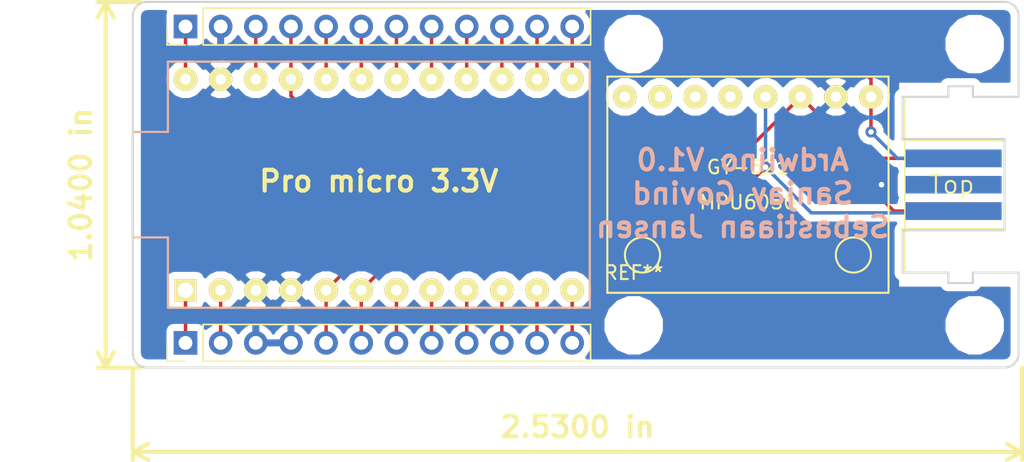
<source format=kicad_pcb>
(kicad_pcb (version 20171130) (host pcbnew "(5.0.1)-3")

  (general
    (thickness 1.6)
    (drawings 28)
    (tracks 51)
    (zones 0)
    (modules 9)
    (nets 28)
  )

  (page A4)
  (layers
    (0 F.Cu signal)
    (31 B.Cu signal)
    (32 B.Adhes user)
    (33 F.Adhes user)
    (34 B.Paste user)
    (35 F.Paste user)
    (36 B.SilkS user)
    (37 F.SilkS user)
    (38 B.Mask user)
    (39 F.Mask user)
    (40 Dwgs.User user)
    (41 Cmts.User user)
    (42 Eco1.User user)
    (43 Eco2.User user)
    (44 Edge.Cuts user)
    (45 Margin user)
    (46 B.CrtYd user)
    (47 F.CrtYd user)
    (48 B.Fab user)
    (49 F.Fab user)
  )

  (setup
    (last_trace_width 0.25)
    (trace_clearance 0.2)
    (zone_clearance 0.508)
    (zone_45_only no)
    (trace_min 0.2)
    (segment_width 0.2)
    (edge_width 0.15)
    (via_size 0.8)
    (via_drill 0.4)
    (via_min_size 0.4)
    (via_min_drill 0.3)
    (uvia_size 0.3)
    (uvia_drill 0.1)
    (uvias_allowed no)
    (uvia_min_size 0.2)
    (uvia_min_drill 0.1)
    (pcb_text_width 0.3)
    (pcb_text_size 1.5 1.5)
    (mod_edge_width 0.15)
    (mod_text_size 1 1)
    (mod_text_width 0.15)
    (pad_size 1.7 1.7)
    (pad_drill 0.762)
    (pad_to_mask_clearance 0.2)
    (solder_mask_min_width 0.25)
    (aux_axis_origin 0 0)
    (visible_elements 7FFFFFFF)
    (pcbplotparams
      (layerselection 0x010fc_ffffffff)
      (usegerberextensions false)
      (usegerberattributes false)
      (usegerberadvancedattributes false)
      (creategerberjobfile false)
      (excludeedgelayer true)
      (linewidth 0.100000)
      (plotframeref false)
      (viasonmask false)
      (mode 1)
      (useauxorigin false)
      (hpglpennumber 1)
      (hpglpenspeed 20)
      (hpglpendiameter 15.000000)
      (psnegative false)
      (psa4output false)
      (plotreference true)
      (plotvalue true)
      (plotinvisibletext false)
      (padsonsilk false)
      (subtractmaskfromsilk false)
      (outputformat 1)
      (mirror false)
      (drillshape 1)
      (scaleselection 1)
      (outputdirectory ""))
  )

  (net 0 "")
  (net 1 "Net-(M1-PadPRESENCE)")
  (net 2 +3V3)
  (net 3 /SCL)
  (net 4 /SDA)
  (net 5 GND)
  (net 6 /TX)
  (net 7 /RX)
  (net 8 /D4)
  (net 9 /C6)
  (net 10 /D7)
  (net 11 /E6)
  (net 12 /B4)
  (net 13 /B5)
  (net 14 /B6)
  (net 15 /B2)
  (net 16 /B1)
  (net 17 /F7)
  (net 18 /F6)
  (net 19 /F5)
  (net 20 /F4)
  (net 21 /RST)
  (net 22 /RAW)
  (net 23 /B3)
  (net 24 "Net-(MPU6050-Pad5)")
  (net 25 "Net-(MPU6050-Pad6)")
  (net 26 "Net-(MPU6050-Pad7)")
  (net 27 "Net-(MPU6050-Pad8)")

  (net_class Default "This is the default net class."
    (clearance 0.2)
    (trace_width 0.25)
    (via_dia 0.8)
    (via_drill 0.4)
    (uvia_dia 0.3)
    (uvia_drill 0.1)
    (add_net +3V3)
    (add_net /B1)
    (add_net /B2)
    (add_net /B3)
    (add_net /B4)
    (add_net /B5)
    (add_net /B6)
    (add_net /C6)
    (add_net /D4)
    (add_net /D7)
    (add_net /E6)
    (add_net /F4)
    (add_net /F5)
    (add_net /F6)
    (add_net /F7)
    (add_net /RAW)
    (add_net /RST)
    (add_net /RX)
    (add_net /SCL)
    (add_net /SDA)
    (add_net /TX)
    (add_net GND)
    (add_net "Net-(M1-PadPRESENCE)")
    (add_net "Net-(MPU6050-Pad5)")
    (add_net "Net-(MPU6050-Pad6)")
    (add_net "Net-(MPU6050-Pad7)")
    (add_net "Net-(MPU6050-Pad8)")
  )

  (module MountingHole:MountingHole_3.2mm_M3_DIN965 (layer F.Cu) (tedit 5C4E131A) (tstamp 5C4E279D)
    (at 123.825 68.58)
    (descr "Mounting Hole 3.2mm, no annular, M3, DIN965")
    (tags "mounting hole 3.2mm no annular m3 din965")
    (attr virtual)
    (fp_text reference REF** (at 0 -3.8) (layer F.SilkS) hide
      (effects (font (size 1 1) (thickness 0.15)))
    )
    (fp_text value MountingHole_3.2mm_M3_DIN965 (at 0 -6.604) (layer F.Fab) hide
      (effects (font (size 1 1) (thickness 0.15)))
    )
    (fp_text user %R (at 0.3 0) (layer F.Fab)
      (effects (font (size 1 1) (thickness 0.15)))
    )
    (fp_circle (center 0 0) (end 2.8 0) (layer Cmts.User) (width 0.15))
    (fp_circle (center 0 0) (end 3.05 0) (layer F.CrtYd) (width 0.05))
    (pad 1 np_thru_hole circle (at 0 0) (size 3.2 3.2) (drill 3.2) (layers *.Cu *.Mask))
  )

  (module MountingHole:MountingHole_3.2mm_M3_DIN965 (layer F.Cu) (tedit 5C4E1333) (tstamp 5C4E279D)
    (at 123.825 88.9)
    (descr "Mounting Hole 3.2mm, no annular, M3, DIN965")
    (tags "mounting hole 3.2mm no annular m3 din965")
    (attr virtual)
    (fp_text reference REF** (at 0 -3.8) (layer F.SilkS)
      (effects (font (size 1 1) (thickness 0.15)))
    )
    (fp_text value MountingHole_3.2mm_M3_DIN965 (at 0 -6.604) (layer F.Fab) hide
      (effects (font (size 1 1) (thickness 0.15)))
    )
    (fp_text user %R (at 0.3 0) (layer F.Fab)
      (effects (font (size 1 1) (thickness 0.15)))
    )
    (fp_circle (center 0 0) (end 2.8 0) (layer Cmts.User) (width 0.15))
    (fp_circle (center 0 0) (end 3.05 0) (layer F.CrtYd) (width 0.05))
    (pad 1 np_thru_hole circle (at 0 0) (size 3.2 3.2) (drill 3.2) (layers *.Cu *.Mask))
  )

  (module MountingHole:MountingHole_3.2mm_M3_DIN965 (layer F.Cu) (tedit 5C4E1422) (tstamp 5C4E279D)
    (at 148.463 88.9)
    (descr "Mounting Hole 3.2mm, no annular, M3, DIN965")
    (tags "mounting hole 3.2mm no annular m3 din965")
    (attr virtual)
    (fp_text reference REF** (at 0 -3.8) (layer F.SilkS) hide
      (effects (font (size 1 1) (thickness 0.15)))
    )
    (fp_text value MountingHole_3.2mm_M3_DIN965 (at 0 -6.604) (layer F.Fab) hide
      (effects (font (size 1 1) (thickness 0.15)))
    )
    (fp_text user %R (at 0.3 0) (layer F.Fab)
      (effects (font (size 1 1) (thickness 0.15)))
    )
    (fp_circle (center 0 0) (end 2.8 0) (layer Cmts.User) (width 0.15))
    (fp_circle (center 0 0) (end 3.05 0) (layer F.CrtYd) (width 0.05))
    (pad 1 np_thru_hole circle (at 0 0) (size 3.2 3.2) (drill 3.2) (layers *.Cu *.Mask))
  )

  (module ProMicro:ProMicro (layer F.Cu) (tedit 5C4CC1D0) (tstamp 5C8A4B30)
    (at 105.41 78.74)
    (descr "Pro Micro footprint")
    (tags "promicro ProMicro")
    (path /5BB743DF)
    (fp_text reference U1 (at 0 -10.16) (layer F.SilkS) hide
      (effects (font (size 1 1) (thickness 0.15)))
    )
    (fp_text value ProMicro (at 0 10.16) (layer F.Fab)
      (effects (font (size 1 1) (thickness 0.15)))
    )
    (fp_line (start 15.24 -8.89) (end 15.24 8.89) (layer B.SilkS) (width 0.15))
    (fp_line (start 15.24 8.89) (end -15.24 8.89) (layer B.SilkS) (width 0.15))
    (fp_line (start -15.24 8.89) (end -15.24 3.81) (layer B.SilkS) (width 0.15))
    (fp_line (start -15.24 3.81) (end -17.78 3.81) (layer B.SilkS) (width 0.15))
    (fp_line (start -17.78 3.81) (end -17.78 -3.81) (layer B.SilkS) (width 0.15))
    (fp_line (start -17.78 -3.81) (end -15.24 -3.81) (layer B.SilkS) (width 0.15))
    (fp_line (start -15.24 -3.81) (end -15.24 -8.89) (layer B.SilkS) (width 0.15))
    (fp_line (start -15.24 -8.89) (end 15.24 -8.89) (layer B.SilkS) (width 0.15))
    (fp_line (start -15.24 8.89) (end 15.24 8.89) (layer F.SilkS) (width 0.15))
    (fp_line (start -15.24 8.89) (end -15.24 3.81) (layer F.SilkS) (width 0.15))
    (fp_line (start -15.24 3.81) (end -17.78 3.81) (layer F.SilkS) (width 0.15))
    (fp_line (start -17.78 3.81) (end -17.78 -3.81) (layer F.SilkS) (width 0.15))
    (fp_line (start -17.78 -3.81) (end -15.24 -3.81) (layer F.SilkS) (width 0.15))
    (fp_line (start -15.24 -3.81) (end -15.24 -8.89) (layer F.SilkS) (width 0.15))
    (fp_line (start -15.24 -8.89) (end 15.24 -8.89) (layer F.SilkS) (width 0.15))
    (fp_line (start 15.24 -8.89) (end 15.24 8.89) (layer F.SilkS) (width 0.15))
    (pad 1 thru_hole rect (at -13.97 7.62) (size 1.6 1.6) (drill 1.1) (layers *.Cu *.Mask F.SilkS)
      (net 6 /TX))
    (pad 2 thru_hole circle (at -11.43 7.62) (size 1.7 1.7) (drill 0.762) (layers *.Cu *.Mask F.SilkS)
      (net 7 /RX))
    (pad 3 thru_hole circle (at -8.89 7.62) (size 1.7 1.7) (drill 0.762) (layers *.Cu *.Mask F.SilkS)
      (net 5 GND))
    (pad 4 thru_hole circle (at -6.35 7.62) (size 1.7 1.7) (drill 0.762) (layers *.Cu *.Mask F.SilkS)
      (net 5 GND))
    (pad 5 thru_hole circle (at -3.81 7.62) (size 1.7 1.7) (drill 0.762) (layers *.Cu *.Mask F.SilkS)
      (net 3 /SCL))
    (pad 6 thru_hole circle (at -1.27 7.62) (size 1.7 1.7) (drill 0.762) (layers *.Cu *.Mask F.SilkS)
      (net 4 /SDA))
    (pad 7 thru_hole circle (at 1.27 7.62) (size 1.7 1.7) (drill 0.762) (layers *.Cu *.Mask F.SilkS)
      (net 8 /D4))
    (pad 8 thru_hole circle (at 3.81 7.62) (size 1.7 1.7) (drill 0.762) (layers *.Cu *.Mask F.SilkS)
      (net 9 /C6))
    (pad 9 thru_hole circle (at 6.35 7.62) (size 1.7 1.7) (drill 0.762) (layers *.Cu *.Mask F.SilkS)
      (net 10 /D7))
    (pad 10 thru_hole circle (at 8.89 7.62) (size 1.7 1.7) (drill 0.762) (layers *.Cu *.Mask F.SilkS)
      (net 11 /E6))
    (pad 11 thru_hole circle (at 11.43 7.62) (size 1.7 1.7) (drill 0.762) (layers *.Cu *.Mask F.SilkS)
      (net 12 /B4))
    (pad 12 thru_hole circle (at 13.97 7.62) (size 1.7 1.7) (drill 0.762) (layers *.Cu *.Mask F.SilkS)
      (net 13 /B5))
    (pad 13 thru_hole circle (at 13.97 -7.62) (size 1.7 1.7) (drill 0.762) (layers *.Cu *.Mask F.SilkS)
      (net 14 /B6))
    (pad 14 thru_hole circle (at 11.43 -7.62) (size 1.7 1.7) (drill 0.762) (layers *.Cu *.Mask F.SilkS)
      (net 15 /B2))
    (pad 15 thru_hole circle (at 8.89 -7.62) (size 1.7 1.7) (drill 0.762) (layers *.Cu *.Mask F.SilkS)
      (net 23 /B3))
    (pad 16 thru_hole circle (at 6.35 -7.62) (size 1.7 1.7) (drill 0.762) (layers *.Cu *.Mask F.SilkS)
      (net 16 /B1))
    (pad 17 thru_hole circle (at 3.81 -7.62) (size 1.7 1.7) (drill 0.762) (layers *.Cu *.Mask F.SilkS)
      (net 17 /F7))
    (pad 18 thru_hole circle (at 1.27 -7.62) (size 1.7 1.7) (drill 0.762) (layers *.Cu *.Mask F.SilkS)
      (net 18 /F6))
    (pad 19 thru_hole circle (at -1.27 -7.62) (size 1.7 1.7) (drill 0.762) (layers *.Cu *.Mask F.SilkS)
      (net 19 /F5))
    (pad 20 thru_hole circle (at -3.81 -7.62) (size 1.7 1.7) (drill 0.762) (layers *.Cu *.Mask F.SilkS)
      (net 20 /F4))
    (pad 21 thru_hole circle (at -6.35 -7.62) (size 1.7 1.7) (drill 0.762) (layers *.Cu *.Mask F.SilkS)
      (net 2 +3V3))
    (pad 22 thru_hole circle (at -8.89 -7.62) (size 1.7 1.7) (drill 0.762) (layers *.Cu *.Mask F.SilkS)
      (net 21 /RST))
    (pad 23 thru_hole circle (at -11.43 -7.62) (size 1.7 1.7) (drill 0.762) (layers *.Cu *.Mask F.SilkS)
      (net 5 GND))
    (pad 24 thru_hole circle (at -13.97 -7.62) (size 1.7 1.7) (drill 0.762) (layers *.Cu *.Mask F.SilkS)
      (net 22 /RAW))
    (model ${KIPRJMOD}/ProMicro.STEP
      (offset (xyz -14 -7.6 4))
      (scale (xyz 1 1 1))
      (rotate (xyz -90 0 0))
    )
  )

  (module nunchuck:HHJ-NUNCHUCK-LOCK (layer F.Cu) (tedit 5C4E1329) (tstamp 5C4EB735)
    (at 145.415 78.74 270)
    (path /5BB605F7)
    (attr smd)
    (fp_text reference M1 (at 0 0 270) (layer F.SilkS) hide
      (effects (font (size 1.27 1.27) (thickness 0.15)))
    )
    (fp_text value Top (at 0 -1.397) (layer F.SilkS)
      (effects (font (size 1.27 1.27) (thickness 0.15)))
    )
    (fp_line (start -3.175 -5.20954) (end -3.175 2.2098) (layer F.SilkS) (width 0.1))
    (fp_line (start 3.175 2.2098) (end 3.175 -5.20954) (layer F.SilkS) (width 0.1))
    (fp_line (start 3.175 -5.20954) (end -3.175 -5.20954) (layer F.SilkS) (width 0.1))
    (fp_line (start -6.1976 1.99898) (end -6.1976 -1.29794) (layer Dwgs.User) (width 0.1))
    (fp_line (start -6.1976 -2.59842) (end -6.9977 -2.59842) (layer Dwgs.User) (width 0.1))
    (fp_line (start -6.9977 -2.59842) (end -6.1976 -1.29794) (layer Dwgs.User) (width 0.1))
    (fp_line (start -6.1976 -2.59842) (end -6.1976 -6.1976) (layer Dwgs.User) (width 0.1))
    (fp_line (start 6.1976 -6.1976) (end 6.1976 -2.59842) (layer Dwgs.User) (width 0.1))
    (fp_line (start 6.1976 -2.59842) (end 6.9977 -2.59842) (layer Dwgs.User) (width 0.1))
    (fp_line (start 6.9977 -2.59842) (end 6.1976 -1.29794) (layer Dwgs.User) (width 0.1))
    (fp_line (start 6.1976 -1.29794) (end 6.1976 1.99898) (layer Dwgs.User) (width 0.1))
    (fp_line (start 8.19912 1.99898) (end 8.19912 -6.1976) (layer Dwgs.User) (width 0.1))
    (fp_line (start -8.19912 1.99898) (end -8.19912 -6.1976) (layer Dwgs.User) (width 0.1))
    (fp_line (start -6.1976 -6.1976) (end 6.1976 -6.1976) (layer Dwgs.User) (width 0.1))
    (fp_line (start -6.1976 1.99898) (end 6.1976 1.99898) (layer F.SilkS) (width 0.1))
    (fp_text user "Board Side" (at 6.35 2.7432 270) (layer Dwgs.User) hide
      (effects (font (size 1.27 1.27) (thickness 0.1016)))
    )
    (fp_text user "Nunchuck Side" (at 8.35406 -8.31342 270) (layer Dwgs.User) hide
      (effects (font (size 1.27 1.27) (thickness 0.1016)))
    )
    (pad 3.3V smd rect (at -1.905 -1.4986 90) (size 1.27 6.985) (layers B.Cu B.Mask)
      (net 2 +3V3))
    (pad CLK smd rect (at -1.905 -1.4986 90) (size 1.27 6.985) (layers F.Cu F.Paste F.Mask)
      (net 3 /SCL))
    (pad DATA smd rect (at 1.905 -1.4986 90) (size 1.27 6.985) (layers B.Cu B.Mask)
      (net 4 /SDA))
    (pad GND smd rect (at 1.905 -1.4986 90) (size 1.27 6.985) (layers F.Cu F.Paste F.Mask)
      (net 5 GND))
    (pad PRESENCE smd rect (at 0 -1.4986 90) (size 1.27 6.985) (layers B.Cu B.Mask)
      (net 1 "Net-(M1-PadPRESENCE)"))
  )

  (module Connector_PinHeader_2.54mm:PinHeader_1x12_P2.54mm_Vertical (layer F.Cu) (tedit 5C4C7FE8) (tstamp 5C58E08F)
    (at 91.44 90.17 90)
    (descr "Through hole straight pin header, 1x12, 2.54mm pitch, single row")
    (tags "Through hole pin header THT 1x12 2.54mm single row")
    (path /5C4C5B26)
    (fp_text reference ProMicro_Left1 (at 0 -2.54 90) (layer F.SilkS) hide
      (effects (font (size 1 1) (thickness 0.15)))
    )
    (fp_text value Conn_01x12 (at 0 30.27 90) (layer F.Fab) hide
      (effects (font (size 1 1) (thickness 0.15)))
    )
    (fp_text user %R (at 0 13.97 180) (layer F.Fab)
      (effects (font (size 1 1) (thickness 0.15)))
    )
    (fp_line (start 1.8 -1.8) (end -1.8 -1.8) (layer F.CrtYd) (width 0.05))
    (fp_line (start 1.8 29.75) (end 1.8 -1.8) (layer F.CrtYd) (width 0.05))
    (fp_line (start -1.8 29.75) (end 1.8 29.75) (layer F.CrtYd) (width 0.05))
    (fp_line (start -1.8 -1.8) (end -1.8 29.75) (layer F.CrtYd) (width 0.05))
    (fp_line (start -1.33 -1.33) (end 0 -1.33) (layer F.SilkS) (width 0.12))
    (fp_line (start -1.33 0) (end -1.33 -1.33) (layer F.SilkS) (width 0.12))
    (fp_line (start -1.33 1.27) (end 1.33 1.27) (layer F.SilkS) (width 0.12))
    (fp_line (start 1.33 1.27) (end 1.33 29.27) (layer F.SilkS) (width 0.12))
    (fp_line (start -1.33 1.27) (end -1.33 29.27) (layer F.SilkS) (width 0.12))
    (fp_line (start -1.33 29.27) (end 1.33 29.27) (layer F.SilkS) (width 0.12))
    (fp_line (start -1.27 -0.635) (end -0.635 -1.27) (layer F.Fab) (width 0.1))
    (fp_line (start -1.27 29.21) (end -1.27 -0.635) (layer F.Fab) (width 0.1))
    (fp_line (start 1.27 29.21) (end -1.27 29.21) (layer F.Fab) (width 0.1))
    (fp_line (start 1.27 -1.27) (end 1.27 29.21) (layer F.Fab) (width 0.1))
    (fp_line (start -0.635 -1.27) (end 1.27 -1.27) (layer F.Fab) (width 0.1))
    (pad 12 thru_hole oval (at 0 27.94 90) (size 1.7 1.7) (drill 1) (layers *.Cu *.Mask)
      (net 13 /B5))
    (pad 11 thru_hole oval (at 0 25.4 90) (size 1.7 1.7) (drill 1) (layers *.Cu *.Mask)
      (net 12 /B4))
    (pad 10 thru_hole oval (at 0 22.86 90) (size 1.7 1.7) (drill 1) (layers *.Cu *.Mask)
      (net 11 /E6))
    (pad 9 thru_hole oval (at 0 20.32 90) (size 1.7 1.7) (drill 1) (layers *.Cu *.Mask)
      (net 10 /D7))
    (pad 8 thru_hole oval (at 0 17.78 90) (size 1.7 1.7) (drill 1) (layers *.Cu *.Mask)
      (net 9 /C6))
    (pad 7 thru_hole oval (at 0 15.24 90) (size 1.7 1.7) (drill 1) (layers *.Cu *.Mask)
      (net 8 /D4))
    (pad 6 thru_hole oval (at 0 12.7 90) (size 1.7 1.7) (drill 1) (layers *.Cu *.Mask)
      (net 4 /SDA))
    (pad 5 thru_hole oval (at 0 10.16 90) (size 1.7 1.7) (drill 1) (layers *.Cu *.Mask)
      (net 3 /SCL))
    (pad 4 thru_hole oval (at 0 7.62 90) (size 1.7 1.7) (drill 1) (layers *.Cu *.Mask)
      (net 5 GND))
    (pad 3 thru_hole oval (at 0 5.08 90) (size 1.7 1.7) (drill 1) (layers *.Cu *.Mask)
      (net 5 GND))
    (pad 2 thru_hole oval (at 0 2.54 90) (size 1.7 1.7) (drill 1) (layers *.Cu *.Mask)
      (net 7 /RX))
    (pad 1 thru_hole rect (at 0 0 90) (size 1.7 1.7) (drill 1) (layers *.Cu *.Mask)
      (net 6 /TX))
    (model ${KISYS3DMOD}/Connector_PinHeader_2.54mm.3dshapes/PinHeader_1x12_P2.54mm_Vertical.wrl
      (at (xyz 0 0 0))
      (scale (xyz 1 1 1))
      (rotate (xyz 0 0 0))
    )
  )

  (module Connector_PinHeader_2.54mm:PinHeader_1x12_P2.54mm_Vertical (layer F.Cu) (tedit 5C4C7FED) (tstamp 5C58E0AF)
    (at 91.44 67.31 90)
    (descr "Through hole straight pin header, 1x12, 2.54mm pitch, single row")
    (tags "Through hole pin header THT 1x12 2.54mm single row")
    (path /5C4C5D60)
    (fp_text reference ProMicro_Right1 (at 0 -2.33 90) (layer F.SilkS) hide
      (effects (font (size 1 1) (thickness 0.15)))
    )
    (fp_text value Conn_01x12 (at 0 30.27 90) (layer F.Fab) hide
      (effects (font (size 1 1) (thickness 0.15)))
    )
    (fp_line (start -0.635 -1.27) (end 1.27 -1.27) (layer F.Fab) (width 0.1))
    (fp_line (start 1.27 -1.27) (end 1.27 29.21) (layer F.Fab) (width 0.1))
    (fp_line (start 1.27 29.21) (end -1.27 29.21) (layer F.Fab) (width 0.1))
    (fp_line (start -1.27 29.21) (end -1.27 -0.635) (layer F.Fab) (width 0.1))
    (fp_line (start -1.27 -0.635) (end -0.635 -1.27) (layer F.Fab) (width 0.1))
    (fp_line (start -1.33 29.27) (end 1.33 29.27) (layer F.SilkS) (width 0.12))
    (fp_line (start -1.33 1.27) (end -1.33 29.27) (layer F.SilkS) (width 0.12))
    (fp_line (start 1.33 1.27) (end 1.33 29.27) (layer F.SilkS) (width 0.12))
    (fp_line (start -1.33 1.27) (end 1.33 1.27) (layer F.SilkS) (width 0.12))
    (fp_line (start -1.33 0) (end -1.33 -1.33) (layer F.SilkS) (width 0.12))
    (fp_line (start -1.33 -1.33) (end 0 -1.33) (layer F.SilkS) (width 0.12))
    (fp_line (start -1.8 -1.8) (end -1.8 29.75) (layer F.CrtYd) (width 0.05))
    (fp_line (start -1.8 29.75) (end 1.8 29.75) (layer F.CrtYd) (width 0.05))
    (fp_line (start 1.8 29.75) (end 1.8 -1.8) (layer F.CrtYd) (width 0.05))
    (fp_line (start 1.8 -1.8) (end -1.8 -1.8) (layer F.CrtYd) (width 0.05))
    (fp_text user %R (at 0 13.97 180) (layer F.Fab)
      (effects (font (size 1 1) (thickness 0.15)))
    )
    (pad 1 thru_hole rect (at 0 0 90) (size 1.7 1.7) (drill 1) (layers *.Cu *.Mask)
      (net 22 /RAW))
    (pad 2 thru_hole oval (at 0 2.54 90) (size 1.7 1.7) (drill 1) (layers *.Cu *.Mask)
      (net 5 GND))
    (pad 3 thru_hole oval (at 0 5.08 90) (size 1.7 1.7) (drill 1) (layers *.Cu *.Mask)
      (net 21 /RST))
    (pad 4 thru_hole oval (at 0 7.62 90) (size 1.7 1.7) (drill 1) (layers *.Cu *.Mask)
      (net 2 +3V3))
    (pad 5 thru_hole oval (at 0 10.16 90) (size 1.7 1.7) (drill 1) (layers *.Cu *.Mask)
      (net 20 /F4))
    (pad 6 thru_hole oval (at 0 12.7 90) (size 1.7 1.7) (drill 1) (layers *.Cu *.Mask)
      (net 19 /F5))
    (pad 7 thru_hole oval (at 0 15.24 90) (size 1.7 1.7) (drill 1) (layers *.Cu *.Mask)
      (net 18 /F6))
    (pad 8 thru_hole oval (at 0 17.78 90) (size 1.7 1.7) (drill 1) (layers *.Cu *.Mask)
      (net 17 /F7))
    (pad 9 thru_hole oval (at 0 20.32 90) (size 1.7 1.7) (drill 1) (layers *.Cu *.Mask)
      (net 16 /B1))
    (pad 10 thru_hole oval (at 0 22.86 90) (size 1.7 1.7) (drill 1) (layers *.Cu *.Mask)
      (net 23 /B3))
    (pad 11 thru_hole oval (at 0 25.4 90) (size 1.7 1.7) (drill 1) (layers *.Cu *.Mask)
      (net 15 /B2))
    (pad 12 thru_hole oval (at 0 27.94 90) (size 1.7 1.7) (drill 1) (layers *.Cu *.Mask)
      (net 14 /B6))
    (model ${KISYS3DMOD}/Connector_PinHeader_2.54mm.3dshapes/PinHeader_1x12_P2.54mm_Vertical.wrl
      (at (xyz 0 0 0))
      (scale (xyz 1 1 1))
      (rotate (xyz 0 0 0))
    )
  )

  (module gy521:GY521 (layer F.Cu) (tedit 5C4CC820) (tstamp 5C8A518F)
    (at 132.08 78.74 180)
    (path /5C4AF883)
    (fp_text reference MPU6050 (at 0 -1.27 180) (layer F.SilkS)
      (effects (font (size 1 1) (thickness 0.15)))
    )
    (fp_text value GY-521 (at 0 1.27 180) (layer F.SilkS)
      (effects (font (size 1 1) (thickness 0.15)))
    )
    (fp_circle (center -7.62 -5.08) (end -6.35 -5.08) (layer F.SilkS) (width 0.15))
    (fp_circle (center 7.62 -5.08) (end 8.89 -5.08) (layer F.SilkS) (width 0.15))
    (fp_line (start -10.16 -7.8105) (end 10.16 -7.8105) (layer F.SilkS) (width 0.15))
    (fp_line (start 10.16 -7.8105) (end 10.16 7.8105) (layer F.SilkS) (width 0.15))
    (fp_line (start 10.16 7.8105) (end -10.16 7.8105) (layer F.SilkS) (width 0.15))
    (fp_line (start -10.16 7.8105) (end -10.16 -7.8105) (layer F.SilkS) (width 0.15))
    (pad 1 thru_hole circle (at -8.89 6.35 180) (size 1.7 1.7) (drill 0.762) (layers *.Cu *.Mask F.SilkS)
      (net 2 +3V3))
    (pad 2 thru_hole circle (at -6.35 6.35 180) (size 1.7 1.7) (drill 0.762) (layers *.Cu *.Mask F.SilkS)
      (net 5 GND))
    (pad 3 thru_hole circle (at -3.81 6.35 180) (size 1.7 1.7) (drill 0.762) (layers *.Cu *.Mask F.SilkS)
      (net 3 /SCL))
    (pad 4 thru_hole circle (at -1.27 6.35 180) (size 1.7 1.7) (drill 0.762) (layers *.Cu *.Mask F.SilkS)
      (net 4 /SDA))
    (pad 5 thru_hole circle (at 1.27 6.35 180) (size 1.7 1.7) (drill 0.762) (layers *.Cu *.Mask F.SilkS)
      (net 24 "Net-(MPU6050-Pad5)"))
    (pad 6 thru_hole circle (at 3.81 6.35 180) (size 1.7 1.7) (drill 0.762) (layers *.Cu *.Mask F.SilkS)
      (net 25 "Net-(MPU6050-Pad6)"))
    (pad 7 thru_hole circle (at 6.35 6.35 180) (size 1.7 1.7) (drill 0.762) (layers *.Cu *.Mask F.SilkS)
      (net 26 "Net-(MPU6050-Pad7)"))
    (pad 8 thru_hole circle (at 8.89 6.35 180) (size 1.7 1.7) (drill 0.762) (layers *.Cu *.Mask F.SilkS)
      (net 27 "Net-(MPU6050-Pad8)"))
    (model ${KIPRJMOD}/gy521.step
      (offset (xyz 0.5 -8 11.2))
      (scale (xyz 1 1 1))
      (rotate (xyz -180 0 0))
    )
    (model ${KISYS3DMOD}/Connector_PinHeader_2.54mm.3dshapes/PinHeader_1x08_P2.54mm_Horizontal.step
      (offset (xyz -8.9 -7.6 4.15))
      (scale (xyz 1 1 1))
      (rotate (xyz 0 -90 -90))
    )
  )

  (module MountingHole:MountingHole_3.2mm_M3_DIN965 (layer F.Cu) (tedit 5C4E1320) (tstamp 5C4E2226)
    (at 148.463 68.58)
    (descr "Mounting Hole 3.2mm, no annular, M3, DIN965")
    (tags "mounting hole 3.2mm no annular m3 din965")
    (attr virtual)
    (fp_text reference REF** (at 0 -3.8) (layer F.SilkS) hide
      (effects (font (size 1 1) (thickness 0.15)))
    )
    (fp_text value MountingHole_3.2mm_M3_DIN965 (at 0 -6.604) (layer F.Fab) hide
      (effects (font (size 1 1) (thickness 0.15)))
    )
    (fp_circle (center 0 0) (end 3.05 0) (layer F.CrtYd) (width 0.05))
    (fp_circle (center 0 0) (end 2.8 0) (layer Cmts.User) (width 0.15))
    (fp_text user %R (at 0.3 0) (layer F.Fab)
      (effects (font (size 1 1) (thickness 0.15)))
    )
    (pad 1 np_thru_hole circle (at 0 0) (size 3.2 3.2) (drill 3.2) (layers *.Cu *.Mask))
  )

  (gr_text "Ardwiino V1.0\nSanjay Govind\nSebastiaan Jansen" (at 131.699 79.375) (layer B.SilkS)
    (effects (font (size 1.5 1.5) (thickness 0.3)) (justify mirror))
  )
  (dimension 26.416 (width 0.3) (layer F.SilkS)
    (gr_text "26,416 mm" (at 83.572213 78.752343 90) (layer F.SilkS) (tstamp 5C4E07DD)
      (effects (font (size 1.5 1.5) (thickness 0.3)))
    )
    (feature1 (pts (xy 88.212213 65.544343) (xy 85.085792 65.544343)))
    (feature2 (pts (xy 88.212213 91.960343) (xy 85.085792 91.960343)))
    (crossbar (pts (xy 85.672213 91.960343) (xy 85.672213 65.544343)))
    (arrow1a (pts (xy 85.672213 65.544343) (xy 86.258634 66.670847)))
    (arrow1b (pts (xy 85.672213 65.544343) (xy 85.085792 66.670847)))
    (arrow2a (pts (xy 85.672213 91.960343) (xy 86.258634 90.833839)))
    (arrow2b (pts (xy 85.672213 91.960343) (xy 85.085792 90.833839)))
  )
  (dimension 64.262 (width 0.3) (layer F.SilkS)
    (gr_text "64,262 mm" (at 119.761 100.143999) (layer F.SilkS)
      (effects (font (size 1.5 1.5) (thickness 0.3)))
    )
    (feature1 (pts (xy 151.892 91.948) (xy 151.892 98.63042)))
    (feature2 (pts (xy 87.63 91.948) (xy 87.63 98.63042)))
    (crossbar (pts (xy 87.63 98.043999) (xy 151.892 98.043999)))
    (arrow1a (pts (xy 151.892 98.043999) (xy 150.765496 98.63042)))
    (arrow1b (pts (xy 151.892 98.043999) (xy 150.765496 97.457578)))
    (arrow2a (pts (xy 87.63 98.043999) (xy 88.756504 98.63042)))
    (arrow2b (pts (xy 87.63 98.043999) (xy 88.756504 97.457578)))
  )
  (gr_text "Pro micro 3.3V" (at 105.41 78.486) (layer F.SilkS)
    (effects (font (size 1.5 1.5) (thickness 0.3)))
  )
  (gr_arc (start 88.646 90.932) (end 87.63 90.932) (angle -90) (layer Edge.Cuts) (width 0.15))
  (gr_arc (start 88.646 66.548) (end 88.646 65.532) (angle -90) (layer Edge.Cuts) (width 0.15))
  (gr_arc (start 150.622 66.548) (end 151.638 66.548) (angle -90) (layer Edge.Cuts) (width 0.15))
  (gr_arc (start 150.622 90.932) (end 150.622 91.948) (angle -90) (layer Edge.Cuts) (width 0.15))
  (gr_line (start 151.638 66.548) (end 151.638 72.39) (layer Edge.Cuts) (width 0.15))
  (gr_line (start 88.646 65.532) (end 150.622 65.532) (layer Edge.Cuts) (width 0.15))
  (gr_line (start 148.336 72.39) (end 151.638 72.39) (layer Edge.Cuts) (width 0.15))
  (gr_line (start 148.336 71.628) (end 148.336 72.39) (layer Edge.Cuts) (width 0.15))
  (gr_line (start 146.558 71.628) (end 148.336 71.628) (layer Edge.Cuts) (width 0.15))
  (gr_line (start 146.558 72.39) (end 146.558 71.628) (layer Edge.Cuts) (width 0.15))
  (gr_line (start 143.256 72.39) (end 146.558 72.39) (layer Edge.Cuts) (width 0.15))
  (gr_line (start 143.256 75.438) (end 143.256 72.39) (layer Edge.Cuts) (width 0.15))
  (gr_line (start 143.256 75.438) (end 150.622 75.438) (layer Edge.Cuts) (width 0.15))
  (gr_line (start 150.622 82.042) (end 150.622 75.438) (layer Edge.Cuts) (width 0.15))
  (gr_line (start 143.256 82.042) (end 150.622 82.042) (layer Edge.Cuts) (width 0.15))
  (gr_line (start 143.256 85.09) (end 143.256 82.042) (layer Edge.Cuts) (width 0.15))
  (gr_line (start 146.558 85.09) (end 143.256 85.09) (layer Edge.Cuts) (width 0.15))
  (gr_line (start 146.558 85.852) (end 146.558 85.09) (layer Edge.Cuts) (width 0.15))
  (gr_line (start 148.336 85.852) (end 146.558 85.852) (layer Edge.Cuts) (width 0.15))
  (gr_line (start 148.336 85.09) (end 148.336 85.852) (layer Edge.Cuts) (width 0.15))
  (gr_line (start 151.638 85.09) (end 148.336 85.09) (layer Edge.Cuts) (width 0.15))
  (gr_line (start 151.638 90.932) (end 151.638 85.09) (layer Edge.Cuts) (width 0.15))
  (gr_line (start 88.646 91.948) (end 150.622 91.948) (layer Edge.Cuts) (width 0.15))
  (gr_line (start 87.63 66.548) (end 87.63 90.932) (layer Edge.Cuts) (width 0.15))

  (segment (start 99.06 71.12) (end 99.06 67.31) (width 0.25) (layer F.Cu) (net 2))
  (segment (start 146.9136 76.835) (end 142.875 76.835) (width 0.25) (layer B.Cu) (net 2))
  (segment (start 142.875 76.835) (end 140.97 74.93) (width 0.25) (layer B.Cu) (net 2))
  (segment (start 140.97 74.93) (end 140.97 74.93) (width 0.25) (layer B.Cu) (net 2) (tstamp 5C4E0E4B))
  (via (at 140.97 74.93) (size 0.8) (drill 0.4) (layers F.Cu B.Cu) (net 2))
  (segment (start 140.97 74.93) (end 140.97 72.39) (width 0.25) (layer F.Cu) (net 2))
  (segment (start 99.06 72.322081) (end 100.397919 73.66) (width 0.25) (layer F.Cu) (net 2))
  (segment (start 99.06 71.12) (end 99.06 72.322081) (width 0.25) (layer F.Cu) (net 2))
  (segment (start 100.397919 73.66) (end 119.253 73.66) (width 0.25) (layer F.Cu) (net 2))
  (segment (start 119.253 73.66) (end 122.047 70.866) (width 0.25) (layer F.Cu) (net 2))
  (segment (start 140.97 71.12) (end 140.97 72.39) (width 0.25) (layer F.Cu) (net 2))
  (segment (start 122.047 70.866) (end 140.716 70.866) (width 0.25) (layer F.Cu) (net 2))
  (segment (start 140.716 70.866) (end 140.97 71.12) (width 0.25) (layer F.Cu) (net 2))
  (segment (start 101.6 86.36) (end 101.6 90.17) (width 0.25) (layer F.Cu) (net 3))
  (segment (start 111.76 76.2) (end 101.6 86.36) (width 0.25) (layer F.Cu) (net 3))
  (segment (start 140.335 76.835) (end 135.89 72.39) (width 0.25) (layer F.Cu) (net 3))
  (segment (start 146.9136 76.835) (end 140.335 76.835) (width 0.25) (layer F.Cu) (net 3))
  (segment (start 135.89 72.39) (end 132.08 76.2) (width 0.25) (layer F.Cu) (net 3))
  (segment (start 132.08 76.2) (end 111.76 76.2) (width 0.25) (layer F.Cu) (net 3))
  (segment (start 104.14 86.36) (end 104.14 90.17) (width 0.25) (layer F.Cu) (net 4))
  (segment (start 104.14 86.36) (end 111.76 78.74) (width 0.25) (layer F.Cu) (net 4))
  (segment (start 111.76 78.74) (end 132.08 78.74) (width 0.25) (layer F.Cu) (net 4))
  (segment (start 132.08 78.74) (end 133.35 77.47) (width 0.25) (layer F.Cu) (net 4))
  (segment (start 133.35 77.47) (end 133.35 77.47) (width 0.25) (layer F.Cu) (net 4) (tstamp 5C4E0E53))
  (via (at 133.35 77.47) (size 0.8) (drill 0.4) (layers F.Cu B.Cu) (net 4))
  (segment (start 133.35 77.47) (end 133.35 72.39) (width 0.25) (layer B.Cu) (net 4))
  (segment (start 146.7866 80.772) (end 146.9136 80.645) (width 0.25) (layer B.Cu) (net 4))
  (segment (start 133.35 77.47) (end 136.652 80.772) (width 0.25) (layer B.Cu) (net 4))
  (segment (start 136.652 80.772) (end 146.7866 80.772) (width 0.25) (layer B.Cu) (net 4))
  (via (at 141.732 78.74) (size 0.8) (drill 0.4) (layers F.Cu B.Cu) (net 5))
  (segment (start 146.9136 80.645) (end 142.621 80.645) (width 0.25) (layer F.Cu) (net 5))
  (segment (start 141.732 79.756) (end 141.732 78.74) (width 0.25) (layer F.Cu) (net 5))
  (segment (start 142.621 80.645) (end 141.732 79.756) (width 0.25) (layer F.Cu) (net 5))
  (segment (start 91.44 90.17) (end 91.44 86.36) (width 0.25) (layer F.Cu) (net 6))
  (segment (start 93.98 86.36) (end 93.98 90.17) (width 0.25) (layer F.Cu) (net 7))
  (segment (start 106.68 86.36) (end 106.68 90.17) (width 0.25) (layer F.Cu) (net 8))
  (segment (start 109.22 86.36) (end 109.22 90.17) (width 0.25) (layer F.Cu) (net 9))
  (segment (start 111.76 86.36) (end 111.76 90.17) (width 0.25) (layer F.Cu) (net 10))
  (segment (start 114.3 86.36) (end 114.3 90.17) (width 0.25) (layer F.Cu) (net 11))
  (segment (start 116.84 86.36) (end 116.84 90.17) (width 0.25) (layer F.Cu) (net 12))
  (segment (start 119.38 86.36) (end 119.38 90.17) (width 0.25) (layer F.Cu) (net 13))
  (segment (start 119.38 71.12) (end 119.38 67.31) (width 0.25) (layer F.Cu) (net 14))
  (segment (start 116.84 71.12) (end 116.84 67.31) (width 0.25) (layer F.Cu) (net 15))
  (segment (start 111.76 71.12) (end 111.76 67.31) (width 0.25) (layer F.Cu) (net 16))
  (segment (start 109.22 71.12) (end 109.22 67.31) (width 0.25) (layer F.Cu) (net 17))
  (segment (start 106.68 71.12) (end 106.68 67.31) (width 0.25) (layer F.Cu) (net 18))
  (segment (start 104.14 67.31) (end 104.14 71.12) (width 0.25) (layer F.Cu) (net 19))
  (segment (start 101.6 71.12) (end 101.6 67.31) (width 0.25) (layer F.Cu) (net 20))
  (segment (start 96.52 67.31) (end 96.52 71.12) (width 0.25) (layer F.Cu) (net 21))
  (segment (start 91.44 71.12) (end 91.44 67.31) (width 0.25) (layer F.Cu) (net 22))
  (segment (start 114.3 67.31) (end 114.3 71.12) (width 0.25) (layer F.Cu) (net 23))

  (zone (net 5) (net_name GND) (layer B.Cu) (tstamp 5C4E3F17) (hatch edge 0.508)
    (connect_pads (clearance 0.508))
    (min_thickness 0.254)
    (fill yes (arc_segments 16) (thermal_gap 0.508) (thermal_bridge_width 0.508))
    (polygon
      (pts
        (xy 87.884 66.548) (xy 88.392 65.786) (xy 150.876 65.786) (xy 151.384 66.294) (xy 151.384 71.374)
        (xy 143.256 71.374) (xy 143.002 71.374) (xy 143.002 86.106) (xy 151.384 86.106) (xy 151.384 91.186)
        (xy 150.876 91.694) (xy 88.392 91.694) (xy 87.884 91.186)
      )
    )
    (filled_polygon
      (pts
        (xy 89.94256 66.46) (xy 89.94256 68.16) (xy 89.991843 68.407765) (xy 90.132191 68.617809) (xy 90.342235 68.758157)
        (xy 90.59 68.80744) (xy 92.29 68.80744) (xy 92.537765 68.758157) (xy 92.747809 68.617809) (xy 92.888157 68.407765)
        (xy 92.908739 68.304292) (xy 93.213076 68.581645) (xy 93.62311 68.751476) (xy 93.853 68.630155) (xy 93.853 67.437)
        (xy 93.833 67.437) (xy 93.833 67.183) (xy 93.853 67.183) (xy 93.853 67.163) (xy 94.107 67.163)
        (xy 94.107 67.183) (xy 94.127 67.183) (xy 94.127 67.437) (xy 94.107 67.437) (xy 94.107 68.630155)
        (xy 94.33689 68.751476) (xy 94.746924 68.581645) (xy 95.175183 68.191358) (xy 95.236157 68.061522) (xy 95.449375 68.380625)
        (xy 95.940582 68.708839) (xy 96.373744 68.795) (xy 96.666256 68.795) (xy 97.099418 68.708839) (xy 97.590625 68.380625)
        (xy 97.79 68.082239) (xy 97.989375 68.380625) (xy 98.480582 68.708839) (xy 98.913744 68.795) (xy 99.206256 68.795)
        (xy 99.639418 68.708839) (xy 100.130625 68.380625) (xy 100.33 68.082239) (xy 100.529375 68.380625) (xy 101.020582 68.708839)
        (xy 101.453744 68.795) (xy 101.746256 68.795) (xy 102.179418 68.708839) (xy 102.670625 68.380625) (xy 102.87 68.082239)
        (xy 103.069375 68.380625) (xy 103.560582 68.708839) (xy 103.993744 68.795) (xy 104.286256 68.795) (xy 104.719418 68.708839)
        (xy 105.210625 68.380625) (xy 105.41 68.082239) (xy 105.609375 68.380625) (xy 106.100582 68.708839) (xy 106.533744 68.795)
        (xy 106.826256 68.795) (xy 107.259418 68.708839) (xy 107.750625 68.380625) (xy 107.95 68.082239) (xy 108.149375 68.380625)
        (xy 108.640582 68.708839) (xy 109.073744 68.795) (xy 109.366256 68.795) (xy 109.799418 68.708839) (xy 110.290625 68.380625)
        (xy 110.49 68.082239) (xy 110.689375 68.380625) (xy 111.180582 68.708839) (xy 111.613744 68.795) (xy 111.906256 68.795)
        (xy 112.339418 68.708839) (xy 112.830625 68.380625) (xy 113.03 68.082239) (xy 113.229375 68.380625) (xy 113.720582 68.708839)
        (xy 114.153744 68.795) (xy 114.446256 68.795) (xy 114.879418 68.708839) (xy 115.370625 68.380625) (xy 115.57 68.082239)
        (xy 115.769375 68.380625) (xy 116.260582 68.708839) (xy 116.693744 68.795) (xy 116.986256 68.795) (xy 117.419418 68.708839)
        (xy 117.910625 68.380625) (xy 118.11 68.082239) (xy 118.309375 68.380625) (xy 118.800582 68.708839) (xy 119.233744 68.795)
        (xy 119.526256 68.795) (xy 119.959418 68.708839) (xy 120.450625 68.380625) (xy 120.614458 68.135431) (xy 121.59 68.135431)
        (xy 121.59 69.024569) (xy 121.930259 69.846026) (xy 122.558974 70.474741) (xy 123.380431 70.815) (xy 124.269569 70.815)
        (xy 125.091026 70.474741) (xy 125.719741 69.846026) (xy 126.06 69.024569) (xy 126.06 68.135431) (xy 146.228 68.135431)
        (xy 146.228 69.024569) (xy 146.568259 69.846026) (xy 147.196974 70.474741) (xy 148.018431 70.815) (xy 148.907569 70.815)
        (xy 149.729026 70.474741) (xy 150.357741 69.846026) (xy 150.698 69.024569) (xy 150.698 68.135431) (xy 150.357741 67.313974)
        (xy 149.729026 66.685259) (xy 148.907569 66.345) (xy 148.018431 66.345) (xy 147.196974 66.685259) (xy 146.568259 67.313974)
        (xy 146.228 68.135431) (xy 126.06 68.135431) (xy 125.719741 67.313974) (xy 125.091026 66.685259) (xy 124.269569 66.345)
        (xy 123.380431 66.345) (xy 122.558974 66.685259) (xy 121.930259 67.313974) (xy 121.59 68.135431) (xy 120.614458 68.135431)
        (xy 120.778839 67.889418) (xy 120.894092 67.31) (xy 120.778839 66.730582) (xy 120.452379 66.242) (xy 150.552069 66.242)
        (xy 150.733777 66.278144) (xy 150.828539 66.341461) (xy 150.891856 66.436223) (xy 150.928 66.61793) (xy 150.928001 71.247)
        (xy 148.935333 71.247) (xy 148.847881 71.116119) (xy 148.613028 70.959195) (xy 148.405926 70.918) (xy 148.405925 70.918)
        (xy 148.336 70.904091) (xy 148.266074 70.918) (xy 146.627926 70.918) (xy 146.558 70.904091) (xy 146.488075 70.918)
        (xy 146.488074 70.918) (xy 146.280972 70.959195) (xy 146.046119 71.116119) (xy 145.958667 71.247) (xy 143.002 71.247)
        (xy 142.953399 71.256667) (xy 142.912197 71.284197) (xy 142.884667 71.325399) (xy 142.875 71.374) (xy 142.875 71.790667)
        (xy 142.744119 71.878119) (xy 142.587195 72.112972) (xy 142.532091 72.39) (xy 142.546001 72.45993) (xy 142.546 75.368074)
        (xy 142.535527 75.420726) (xy 142.005 74.890199) (xy 142.005 74.724126) (xy 141.847431 74.34372) (xy 141.55628 74.052569)
        (xy 141.175874 73.895) (xy 140.764126 73.895) (xy 140.38372 74.052569) (xy 140.092569 74.34372) (xy 139.935 74.724126)
        (xy 139.935 75.135874) (xy 140.092569 75.51628) (xy 140.38372 75.807431) (xy 140.764126 75.965) (xy 140.930199 75.965)
        (xy 142.284671 77.319473) (xy 142.327071 77.382929) (xy 142.390527 77.425329) (xy 142.578462 77.550904) (xy 142.626605 77.56048)
        (xy 142.798457 77.594664) (xy 142.822943 77.717765) (xy 142.869539 77.7875) (xy 142.822943 77.857235) (xy 142.77366 78.105)
        (xy 142.77366 79.375) (xy 142.822943 79.622765) (xy 142.869539 79.6925) (xy 142.822943 79.762235) (xy 142.77366 80.01)
        (xy 142.77366 80.012) (xy 136.966802 80.012) (xy 134.385 77.430199) (xy 134.385 77.264126) (xy 134.227431 76.88372)
        (xy 134.11 76.766289) (xy 134.11 73.68255) (xy 134.191185 73.648922) (xy 134.608922 73.231185) (xy 134.62 73.20444)
        (xy 134.631078 73.231185) (xy 135.048815 73.648922) (xy 135.594615 73.875) (xy 136.185385 73.875) (xy 136.731185 73.648922)
        (xy 136.946149 73.433958) (xy 137.565647 73.433958) (xy 137.64592 73.685259) (xy 138.201279 73.886718) (xy 138.791458 73.860315)
        (xy 139.21408 73.685259) (xy 139.294353 73.433958) (xy 138.43 72.569605) (xy 137.565647 73.433958) (xy 136.946149 73.433958)
        (xy 137.148922 73.231185) (xy 137.168155 73.184753) (xy 137.386042 73.254353) (xy 138.250395 72.39) (xy 138.609605 72.39)
        (xy 139.473958 73.254353) (xy 139.691845 73.184753) (xy 139.711078 73.231185) (xy 140.128815 73.648922) (xy 140.674615 73.875)
        (xy 141.265385 73.875) (xy 141.811185 73.648922) (xy 142.228922 73.231185) (xy 142.455 72.685385) (xy 142.455 72.094615)
        (xy 142.228922 71.548815) (xy 141.811185 71.131078) (xy 141.265385 70.905) (xy 140.674615 70.905) (xy 140.128815 71.131078)
        (xy 139.711078 71.548815) (xy 139.691845 71.595247) (xy 139.473958 71.525647) (xy 138.609605 72.39) (xy 138.250395 72.39)
        (xy 137.386042 71.525647) (xy 137.168155 71.595247) (xy 137.148922 71.548815) (xy 136.946149 71.346042) (xy 137.565647 71.346042)
        (xy 138.43 72.210395) (xy 139.294353 71.346042) (xy 139.21408 71.094741) (xy 138.658721 70.893282) (xy 138.068542 70.919685)
        (xy 137.64592 71.094741) (xy 137.565647 71.346042) (xy 136.946149 71.346042) (xy 136.731185 71.131078) (xy 136.185385 70.905)
        (xy 135.594615 70.905) (xy 135.048815 71.131078) (xy 134.631078 71.548815) (xy 134.62 71.57556) (xy 134.608922 71.548815)
        (xy 134.191185 71.131078) (xy 133.645385 70.905) (xy 133.054615 70.905) (xy 132.508815 71.131078) (xy 132.091078 71.548815)
        (xy 132.08 71.57556) (xy 132.068922 71.548815) (xy 131.651185 71.131078) (xy 131.105385 70.905) (xy 130.514615 70.905)
        (xy 129.968815 71.131078) (xy 129.551078 71.548815) (xy 129.54 71.57556) (xy 129.528922 71.548815) (xy 129.111185 71.131078)
        (xy 128.565385 70.905) (xy 127.974615 70.905) (xy 127.428815 71.131078) (xy 127.011078 71.548815) (xy 127 71.57556)
        (xy 126.988922 71.548815) (xy 126.571185 71.131078) (xy 126.025385 70.905) (xy 125.434615 70.905) (xy 124.888815 71.131078)
        (xy 124.471078 71.548815) (xy 124.46 71.57556) (xy 124.448922 71.548815) (xy 124.031185 71.131078) (xy 123.485385 70.905)
        (xy 122.894615 70.905) (xy 122.348815 71.131078) (xy 121.931078 71.548815) (xy 121.705 72.094615) (xy 121.705 72.685385)
        (xy 121.931078 73.231185) (xy 122.348815 73.648922) (xy 122.894615 73.875) (xy 123.485385 73.875) (xy 124.031185 73.648922)
        (xy 124.448922 73.231185) (xy 124.46 73.20444) (xy 124.471078 73.231185) (xy 124.888815 73.648922) (xy 125.434615 73.875)
        (xy 126.025385 73.875) (xy 126.571185 73.648922) (xy 126.988922 73.231185) (xy 127 73.20444) (xy 127.011078 73.231185)
        (xy 127.428815 73.648922) (xy 127.974615 73.875) (xy 128.565385 73.875) (xy 129.111185 73.648922) (xy 129.528922 73.231185)
        (xy 129.54 73.20444) (xy 129.551078 73.231185) (xy 129.968815 73.648922) (xy 130.514615 73.875) (xy 131.105385 73.875)
        (xy 131.651185 73.648922) (xy 132.068922 73.231185) (xy 132.08 73.20444) (xy 132.091078 73.231185) (xy 132.508815 73.648922)
        (xy 132.590001 73.68255) (xy 132.59 76.766289) (xy 132.472569 76.88372) (xy 132.315 77.264126) (xy 132.315 77.675874)
        (xy 132.472569 78.05628) (xy 132.76372 78.347431) (xy 133.144126 78.505) (xy 133.310199 78.505) (xy 136.061671 81.256473)
        (xy 136.104071 81.319929) (xy 136.355463 81.487904) (xy 136.577148 81.532) (xy 136.577152 81.532) (xy 136.651999 81.546888)
        (xy 136.726846 81.532) (xy 142.742862 81.532) (xy 142.587195 81.764972) (xy 142.532091 82.042) (xy 142.546001 82.11193)
        (xy 142.546 85.020074) (xy 142.532091 85.09) (xy 142.587195 85.367028) (xy 142.744119 85.601881) (xy 142.875 85.689333)
        (xy 142.875 86.106) (xy 142.884667 86.154601) (xy 142.912197 86.195803) (xy 142.953399 86.223333) (xy 143.002 86.233)
        (xy 145.958667 86.233) (xy 146.046119 86.363881) (xy 146.280972 86.520805) (xy 146.558 86.575909) (xy 146.627925 86.562)
        (xy 148.266075 86.562) (xy 148.336 86.575909) (xy 148.613028 86.520805) (xy 148.847881 86.363881) (xy 148.935333 86.233)
        (xy 150.928001 86.233) (xy 150.928 90.86207) (xy 150.891856 91.043777) (xy 150.828539 91.138539) (xy 150.733777 91.201856)
        (xy 150.552069 91.238) (xy 120.452379 91.238) (xy 120.778839 90.749418) (xy 120.894092 90.17) (xy 120.778839 89.590582)
        (xy 120.450625 89.099375) (xy 119.959418 88.771161) (xy 119.526256 88.685) (xy 119.233744 88.685) (xy 118.800582 88.771161)
        (xy 118.309375 89.099375) (xy 118.11 89.397761) (xy 117.910625 89.099375) (xy 117.419418 88.771161) (xy 116.986256 88.685)
        (xy 116.693744 88.685) (xy 116.260582 88.771161) (xy 115.769375 89.099375) (xy 115.57 89.397761) (xy 115.370625 89.099375)
        (xy 114.879418 88.771161) (xy 114.446256 88.685) (xy 114.153744 88.685) (xy 113.720582 88.771161) (xy 113.229375 89.099375)
        (xy 113.03 89.397761) (xy 112.830625 89.099375) (xy 112.339418 88.771161) (xy 111.906256 88.685) (xy 111.613744 88.685)
        (xy 111.180582 88.771161) (xy 110.689375 89.099375) (xy 110.49 89.397761) (xy 110.290625 89.099375) (xy 109.799418 88.771161)
        (xy 109.366256 88.685) (xy 109.073744 88.685) (xy 108.640582 88.771161) (xy 108.149375 89.099375) (xy 107.95 89.397761)
        (xy 107.750625 89.099375) (xy 107.259418 88.771161) (xy 106.826256 88.685) (xy 106.533744 88.685) (xy 106.100582 88.771161)
        (xy 105.609375 89.099375) (xy 105.41 89.397761) (xy 105.210625 89.099375) (xy 104.719418 88.771161) (xy 104.286256 88.685)
        (xy 103.993744 88.685) (xy 103.560582 88.771161) (xy 103.069375 89.099375) (xy 102.87 89.397761) (xy 102.670625 89.099375)
        (xy 102.179418 88.771161) (xy 101.746256 88.685) (xy 101.453744 88.685) (xy 101.020582 88.771161) (xy 100.529375 89.099375)
        (xy 100.316157 89.418478) (xy 100.255183 89.288642) (xy 99.826924 88.898355) (xy 99.41689 88.728524) (xy 99.187 88.849845)
        (xy 99.187 90.043) (xy 99.207 90.043) (xy 99.207 90.297) (xy 99.187 90.297) (xy 99.187 90.317)
        (xy 98.933 90.317) (xy 98.933 90.297) (xy 96.647 90.297) (xy 96.647 90.317) (xy 96.393 90.317)
        (xy 96.393 90.297) (xy 96.373 90.297) (xy 96.373 90.043) (xy 96.393 90.043) (xy 96.393 88.849845)
        (xy 96.647 88.849845) (xy 96.647 90.043) (xy 98.933 90.043) (xy 98.933 88.849845) (xy 98.70311 88.728524)
        (xy 98.293076 88.898355) (xy 97.864817 89.288642) (xy 97.79 89.447954) (xy 97.715183 89.288642) (xy 97.286924 88.898355)
        (xy 96.87689 88.728524) (xy 96.647 88.849845) (xy 96.393 88.849845) (xy 96.16311 88.728524) (xy 95.753076 88.898355)
        (xy 95.324817 89.288642) (xy 95.263843 89.418478) (xy 95.050625 89.099375) (xy 94.559418 88.771161) (xy 94.126256 88.685)
        (xy 93.833744 88.685) (xy 93.400582 88.771161) (xy 92.909375 89.099375) (xy 92.897184 89.117619) (xy 92.888157 89.072235)
        (xy 92.747809 88.862191) (xy 92.537765 88.721843) (xy 92.29 88.67256) (xy 90.59 88.67256) (xy 90.342235 88.721843)
        (xy 90.132191 88.862191) (xy 89.991843 89.072235) (xy 89.94256 89.32) (xy 89.94256 91.02) (xy 89.985922 91.238)
        (xy 88.71593 91.238) (xy 88.534223 91.201856) (xy 88.439461 91.138539) (xy 88.376144 91.043777) (xy 88.34 90.862069)
        (xy 88.34 88.455431) (xy 121.59 88.455431) (xy 121.59 89.344569) (xy 121.930259 90.166026) (xy 122.558974 90.794741)
        (xy 123.380431 91.135) (xy 124.269569 91.135) (xy 125.091026 90.794741) (xy 125.719741 90.166026) (xy 126.06 89.344569)
        (xy 126.06 88.455431) (xy 146.228 88.455431) (xy 146.228 89.344569) (xy 146.568259 90.166026) (xy 147.196974 90.794741)
        (xy 148.018431 91.135) (xy 148.907569 91.135) (xy 149.729026 90.794741) (xy 150.357741 90.166026) (xy 150.698 89.344569)
        (xy 150.698 88.455431) (xy 150.357741 87.633974) (xy 149.729026 87.005259) (xy 148.907569 86.665) (xy 148.018431 86.665)
        (xy 147.196974 87.005259) (xy 146.568259 87.633974) (xy 146.228 88.455431) (xy 126.06 88.455431) (xy 125.719741 87.633974)
        (xy 125.091026 87.005259) (xy 124.269569 86.665) (xy 123.380431 86.665) (xy 122.558974 87.005259) (xy 121.930259 87.633974)
        (xy 121.59 88.455431) (xy 88.34 88.455431) (xy 88.34 85.56) (xy 89.99256 85.56) (xy 89.99256 87.16)
        (xy 90.041843 87.407765) (xy 90.182191 87.617809) (xy 90.392235 87.758157) (xy 90.64 87.80744) (xy 92.24 87.80744)
        (xy 92.487765 87.758157) (xy 92.697809 87.617809) (xy 92.838157 87.407765) (xy 92.853006 87.333113) (xy 93.138815 87.618922)
        (xy 93.684615 87.845) (xy 94.275385 87.845) (xy 94.821185 87.618922) (xy 95.036149 87.403958) (xy 95.655647 87.403958)
        (xy 95.73592 87.655259) (xy 96.291279 87.856718) (xy 96.881458 87.830315) (xy 97.30408 87.655259) (xy 97.384353 87.403958)
        (xy 98.195647 87.403958) (xy 98.27592 87.655259) (xy 98.831279 87.856718) (xy 99.421458 87.830315) (xy 99.84408 87.655259)
        (xy 99.924353 87.403958) (xy 99.06 86.539605) (xy 98.195647 87.403958) (xy 97.384353 87.403958) (xy 96.52 86.539605)
        (xy 95.655647 87.403958) (xy 95.036149 87.403958) (xy 95.238922 87.201185) (xy 95.258155 87.154753) (xy 95.476042 87.224353)
        (xy 96.340395 86.36) (xy 96.699605 86.36) (xy 97.563958 87.224353) (xy 97.79 87.152148) (xy 98.016042 87.224353)
        (xy 98.880395 86.36) (xy 99.239605 86.36) (xy 100.103958 87.224353) (xy 100.321845 87.154753) (xy 100.341078 87.201185)
        (xy 100.758815 87.618922) (xy 101.304615 87.845) (xy 101.895385 87.845) (xy 102.441185 87.618922) (xy 102.858922 87.201185)
        (xy 102.87 87.17444) (xy 102.881078 87.201185) (xy 103.298815 87.618922) (xy 103.844615 87.845) (xy 104.435385 87.845)
        (xy 104.981185 87.618922) (xy 105.398922 87.201185) (xy 105.41 87.17444) (xy 105.421078 87.201185) (xy 105.838815 87.618922)
        (xy 106.384615 87.845) (xy 106.975385 87.845) (xy 107.521185 87.618922) (xy 107.938922 87.201185) (xy 107.95 87.17444)
        (xy 107.961078 87.201185) (xy 108.378815 87.618922) (xy 108.924615 87.845) (xy 109.515385 87.845) (xy 110.061185 87.618922)
        (xy 110.478922 87.201185) (xy 110.49 87.17444) (xy 110.501078 87.201185) (xy 110.918815 87.618922) (xy 111.464615 87.845)
        (xy 112.055385 87.845) (xy 112.601185 87.618922) (xy 113.018922 87.201185) (xy 113.03 87.17444) (xy 113.041078 87.201185)
        (xy 113.458815 87.618922) (xy 114.004615 87.845) (xy 114.595385 87.845) (xy 115.141185 87.618922) (xy 115.558922 87.201185)
        (xy 115.57 87.17444) (xy 115.581078 87.201185) (xy 115.998815 87.618922) (xy 116.544615 87.845) (xy 117.135385 87.845)
        (xy 117.681185 87.618922) (xy 118.098922 87.201185) (xy 118.11 87.17444) (xy 118.121078 87.201185) (xy 118.538815 87.618922)
        (xy 119.084615 87.845) (xy 119.675385 87.845) (xy 120.221185 87.618922) (xy 120.638922 87.201185) (xy 120.865 86.655385)
        (xy 120.865 86.064615) (xy 120.638922 85.518815) (xy 120.221185 85.101078) (xy 119.675385 84.875) (xy 119.084615 84.875)
        (xy 118.538815 85.101078) (xy 118.121078 85.518815) (xy 118.11 85.54556) (xy 118.098922 85.518815) (xy 117.681185 85.101078)
        (xy 117.135385 84.875) (xy 116.544615 84.875) (xy 115.998815 85.101078) (xy 115.581078 85.518815) (xy 115.57 85.54556)
        (xy 115.558922 85.518815) (xy 115.141185 85.101078) (xy 114.595385 84.875) (xy 114.004615 84.875) (xy 113.458815 85.101078)
        (xy 113.041078 85.518815) (xy 113.03 85.54556) (xy 113.018922 85.518815) (xy 112.601185 85.101078) (xy 112.055385 84.875)
        (xy 111.464615 84.875) (xy 110.918815 85.101078) (xy 110.501078 85.518815) (xy 110.49 85.54556) (xy 110.478922 85.518815)
        (xy 110.061185 85.101078) (xy 109.515385 84.875) (xy 108.924615 84.875) (xy 108.378815 85.101078) (xy 107.961078 85.518815)
        (xy 107.95 85.54556) (xy 107.938922 85.518815) (xy 107.521185 85.101078) (xy 106.975385 84.875) (xy 106.384615 84.875)
        (xy 105.838815 85.101078) (xy 105.421078 85.518815) (xy 105.41 85.54556) (xy 105.398922 85.518815) (xy 104.981185 85.101078)
        (xy 104.435385 84.875) (xy 103.844615 84.875) (xy 103.298815 85.101078) (xy 102.881078 85.518815) (xy 102.87 85.54556)
        (xy 102.858922 85.518815) (xy 102.441185 85.101078) (xy 101.895385 84.875) (xy 101.304615 84.875) (xy 100.758815 85.101078)
        (xy 100.341078 85.518815) (xy 100.321845 85.565247) (xy 100.103958 85.495647) (xy 99.239605 86.36) (xy 98.880395 86.36)
        (xy 98.016042 85.495647) (xy 97.79 85.567852) (xy 97.563958 85.495647) (xy 96.699605 86.36) (xy 96.340395 86.36)
        (xy 95.476042 85.495647) (xy 95.258155 85.565247) (xy 95.238922 85.518815) (xy 95.036149 85.316042) (xy 95.655647 85.316042)
        (xy 96.52 86.180395) (xy 97.384353 85.316042) (xy 98.195647 85.316042) (xy 99.06 86.180395) (xy 99.924353 85.316042)
        (xy 99.84408 85.064741) (xy 99.288721 84.863282) (xy 98.698542 84.889685) (xy 98.27592 85.064741) (xy 98.195647 85.316042)
        (xy 97.384353 85.316042) (xy 97.30408 85.064741) (xy 96.748721 84.863282) (xy 96.158542 84.889685) (xy 95.73592 85.064741)
        (xy 95.655647 85.316042) (xy 95.036149 85.316042) (xy 94.821185 85.101078) (xy 94.275385 84.875) (xy 93.684615 84.875)
        (xy 93.138815 85.101078) (xy 92.853006 85.386887) (xy 92.838157 85.312235) (xy 92.697809 85.102191) (xy 92.487765 84.961843)
        (xy 92.24 84.91256) (xy 90.64 84.91256) (xy 90.392235 84.961843) (xy 90.182191 85.102191) (xy 90.041843 85.312235)
        (xy 89.99256 85.56) (xy 88.34 85.56) (xy 88.34 70.824615) (xy 89.955 70.824615) (xy 89.955 71.415385)
        (xy 90.181078 71.961185) (xy 90.598815 72.378922) (xy 91.144615 72.605) (xy 91.735385 72.605) (xy 92.281185 72.378922)
        (xy 92.496149 72.163958) (xy 93.115647 72.163958) (xy 93.19592 72.415259) (xy 93.751279 72.616718) (xy 94.341458 72.590315)
        (xy 94.76408 72.415259) (xy 94.844353 72.163958) (xy 93.98 71.299605) (xy 93.115647 72.163958) (xy 92.496149 72.163958)
        (xy 92.698922 71.961185) (xy 92.718155 71.914753) (xy 92.936042 71.984353) (xy 93.800395 71.12) (xy 94.159605 71.12)
        (xy 95.023958 71.984353) (xy 95.241845 71.914753) (xy 95.261078 71.961185) (xy 95.678815 72.378922) (xy 96.224615 72.605)
        (xy 96.815385 72.605) (xy 97.361185 72.378922) (xy 97.778922 71.961185) (xy 97.79 71.93444) (xy 97.801078 71.961185)
        (xy 98.218815 72.378922) (xy 98.764615 72.605) (xy 99.355385 72.605) (xy 99.901185 72.378922) (xy 100.318922 71.961185)
        (xy 100.33 71.93444) (xy 100.341078 71.961185) (xy 100.758815 72.378922) (xy 101.304615 72.605) (xy 101.895385 72.605)
        (xy 102.441185 72.378922) (xy 102.858922 71.961185) (xy 102.87 71.93444) (xy 102.881078 71.961185) (xy 103.298815 72.378922)
        (xy 103.844615 72.605) (xy 104.435385 72.605) (xy 104.981185 72.378922) (xy 105.398922 71.961185) (xy 105.41 71.93444)
        (xy 105.421078 71.961185) (xy 105.838815 72.378922) (xy 106.384615 72.605) (xy 106.975385 72.605) (xy 107.521185 72.378922)
        (xy 107.938922 71.961185) (xy 107.95 71.93444) (xy 107.961078 71.961185) (xy 108.378815 72.378922) (xy 108.924615 72.605)
        (xy 109.515385 72.605) (xy 110.061185 72.378922) (xy 110.478922 71.961185) (xy 110.49 71.93444) (xy 110.501078 71.961185)
        (xy 110.918815 72.378922) (xy 111.464615 72.605) (xy 112.055385 72.605) (xy 112.601185 72.378922) (xy 113.018922 71.961185)
        (xy 113.03 71.93444) (xy 113.041078 71.961185) (xy 113.458815 72.378922) (xy 114.004615 72.605) (xy 114.595385 72.605)
        (xy 115.141185 72.378922) (xy 115.558922 71.961185) (xy 115.57 71.93444) (xy 115.581078 71.961185) (xy 115.998815 72.378922)
        (xy 116.544615 72.605) (xy 117.135385 72.605) (xy 117.681185 72.378922) (xy 118.098922 71.961185) (xy 118.11 71.93444)
        (xy 118.121078 71.961185) (xy 118.538815 72.378922) (xy 119.084615 72.605) (xy 119.675385 72.605) (xy 120.221185 72.378922)
        (xy 120.638922 71.961185) (xy 120.865 71.415385) (xy 120.865 70.824615) (xy 120.638922 70.278815) (xy 120.221185 69.861078)
        (xy 119.675385 69.635) (xy 119.084615 69.635) (xy 118.538815 69.861078) (xy 118.121078 70.278815) (xy 118.11 70.30556)
        (xy 118.098922 70.278815) (xy 117.681185 69.861078) (xy 117.135385 69.635) (xy 116.544615 69.635) (xy 115.998815 69.861078)
        (xy 115.581078 70.278815) (xy 115.57 70.30556) (xy 115.558922 70.278815) (xy 115.141185 69.861078) (xy 114.595385 69.635)
        (xy 114.004615 69.635) (xy 113.458815 69.861078) (xy 113.041078 70.278815) (xy 113.03 70.30556) (xy 113.018922 70.278815)
        (xy 112.601185 69.861078) (xy 112.055385 69.635) (xy 111.464615 69.635) (xy 110.918815 69.861078) (xy 110.501078 70.278815)
        (xy 110.49 70.30556) (xy 110.478922 70.278815) (xy 110.061185 69.861078) (xy 109.515385 69.635) (xy 108.924615 69.635)
        (xy 108.378815 69.861078) (xy 107.961078 70.278815) (xy 107.95 70.30556) (xy 107.938922 70.278815) (xy 107.521185 69.861078)
        (xy 106.975385 69.635) (xy 106.384615 69.635) (xy 105.838815 69.861078) (xy 105.421078 70.278815) (xy 105.41 70.30556)
        (xy 105.398922 70.278815) (xy 104.981185 69.861078) (xy 104.435385 69.635) (xy 103.844615 69.635) (xy 103.298815 69.861078)
        (xy 102.881078 70.278815) (xy 102.87 70.30556) (xy 102.858922 70.278815) (xy 102.441185 69.861078) (xy 101.895385 69.635)
        (xy 101.304615 69.635) (xy 100.758815 69.861078) (xy 100.341078 70.278815) (xy 100.33 70.30556) (xy 100.318922 70.278815)
        (xy 99.901185 69.861078) (xy 99.355385 69.635) (xy 98.764615 69.635) (xy 98.218815 69.861078) (xy 97.801078 70.278815)
        (xy 97.79 70.30556) (xy 97.778922 70.278815) (xy 97.361185 69.861078) (xy 96.815385 69.635) (xy 96.224615 69.635)
        (xy 95.678815 69.861078) (xy 95.261078 70.278815) (xy 95.241845 70.325247) (xy 95.023958 70.255647) (xy 94.159605 71.12)
        (xy 93.800395 71.12) (xy 92.936042 70.255647) (xy 92.718155 70.325247) (xy 92.698922 70.278815) (xy 92.496149 70.076042)
        (xy 93.115647 70.076042) (xy 93.98 70.940395) (xy 94.844353 70.076042) (xy 94.76408 69.824741) (xy 94.208721 69.623282)
        (xy 93.618542 69.649685) (xy 93.19592 69.824741) (xy 93.115647 70.076042) (xy 92.496149 70.076042) (xy 92.281185 69.861078)
        (xy 91.735385 69.635) (xy 91.144615 69.635) (xy 90.598815 69.861078) (xy 90.181078 70.278815) (xy 89.955 70.824615)
        (xy 88.34 70.824615) (xy 88.34 66.617931) (xy 88.376144 66.436223) (xy 88.439461 66.341461) (xy 88.534223 66.278144)
        (xy 88.71593 66.242) (xy 89.985922 66.242)
      )
    )
  )
)

</source>
